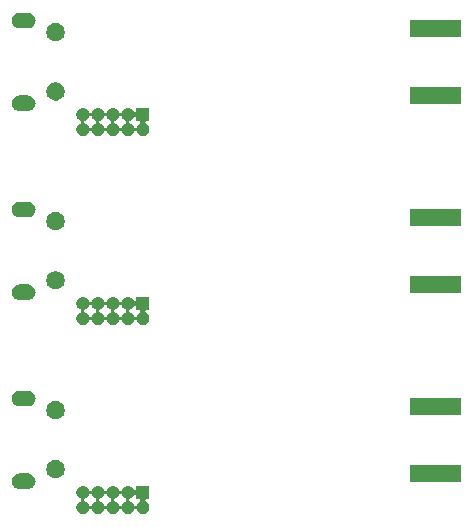
<source format=gbr>
G04 #@! TF.GenerationSoftware,KiCad,Pcbnew,(5.1.5)-3*
G04 #@! TF.CreationDate,2020-05-12T02:25:37+02:00*
G04 #@! TF.ProjectId,STRF,53545246-2e6b-4696-9361-645f70636258,rev?*
G04 #@! TF.SameCoordinates,Original*
G04 #@! TF.FileFunction,Soldermask,Bot*
G04 #@! TF.FilePolarity,Negative*
%FSLAX46Y46*%
G04 Gerber Fmt 4.6, Leading zero omitted, Abs format (unit mm)*
G04 Created by KiCad (PCBNEW (5.1.5)-3) date 2020-05-12 02:25:37*
%MOMM*%
%LPD*%
G04 APERTURE LIST*
%ADD10C,0.100000*%
G04 APERTURE END LIST*
D10*
G36*
X27880721Y-70420174D02*
G01*
X27980995Y-70461709D01*
X28025812Y-70491655D01*
X28071242Y-70522010D01*
X28147990Y-70598758D01*
X28163665Y-70622218D01*
X28208291Y-70689005D01*
X28239516Y-70764389D01*
X28251067Y-70786000D01*
X28266612Y-70804941D01*
X28285554Y-70820487D01*
X28307165Y-70832038D01*
X28330614Y-70839151D01*
X28355000Y-70841553D01*
X28379386Y-70839151D01*
X28402835Y-70832038D01*
X28424446Y-70820487D01*
X28443387Y-70804942D01*
X28458933Y-70786000D01*
X28470484Y-70764389D01*
X28501709Y-70689005D01*
X28546335Y-70622218D01*
X28562010Y-70598758D01*
X28638758Y-70522010D01*
X28684188Y-70491655D01*
X28729005Y-70461709D01*
X28829279Y-70420174D01*
X28935730Y-70399000D01*
X29044270Y-70399000D01*
X29150721Y-70420174D01*
X29250995Y-70461709D01*
X29295812Y-70491655D01*
X29341242Y-70522010D01*
X29417990Y-70598758D01*
X29433665Y-70622218D01*
X29478291Y-70689005D01*
X29509516Y-70764389D01*
X29521067Y-70786000D01*
X29536612Y-70804941D01*
X29555554Y-70820487D01*
X29577165Y-70832038D01*
X29600614Y-70839151D01*
X29625000Y-70841553D01*
X29649386Y-70839151D01*
X29672835Y-70832038D01*
X29694446Y-70820487D01*
X29713387Y-70804942D01*
X29728933Y-70786000D01*
X29740484Y-70764389D01*
X29771709Y-70689005D01*
X29816335Y-70622218D01*
X29832010Y-70598758D01*
X29908758Y-70522010D01*
X29954188Y-70491655D01*
X29999005Y-70461709D01*
X30099279Y-70420174D01*
X30205730Y-70399000D01*
X30314270Y-70399000D01*
X30420721Y-70420174D01*
X30520995Y-70461709D01*
X30565812Y-70491655D01*
X30611242Y-70522010D01*
X30687990Y-70598758D01*
X30703665Y-70622218D01*
X30748291Y-70689005D01*
X30779516Y-70764389D01*
X30791067Y-70786000D01*
X30806612Y-70804941D01*
X30825554Y-70820487D01*
X30847165Y-70832038D01*
X30870614Y-70839151D01*
X30895000Y-70841553D01*
X30919386Y-70839151D01*
X30942835Y-70832038D01*
X30964446Y-70820487D01*
X30983387Y-70804942D01*
X30998933Y-70786000D01*
X31010484Y-70764389D01*
X31041709Y-70689005D01*
X31086335Y-70622218D01*
X31102010Y-70598758D01*
X31178758Y-70522010D01*
X31224188Y-70491655D01*
X31269005Y-70461709D01*
X31369279Y-70420174D01*
X31475730Y-70399000D01*
X31584270Y-70399000D01*
X31690721Y-70420174D01*
X31790995Y-70461709D01*
X31835812Y-70491655D01*
X31881242Y-70522010D01*
X31957990Y-70598758D01*
X31973665Y-70622218D01*
X32020068Y-70691664D01*
X32035614Y-70710606D01*
X32054556Y-70726151D01*
X32076167Y-70737702D01*
X32099615Y-70744815D01*
X32124002Y-70747217D01*
X32148388Y-70744815D01*
X32171837Y-70737702D01*
X32193447Y-70726151D01*
X32212389Y-70710605D01*
X32227934Y-70691663D01*
X32239485Y-70670052D01*
X32246598Y-70646604D01*
X32249000Y-70622218D01*
X32249000Y-70399000D01*
X33351000Y-70399000D01*
X33351000Y-71501000D01*
X33127782Y-71501000D01*
X33103396Y-71503402D01*
X33079947Y-71510515D01*
X33058336Y-71522066D01*
X33039394Y-71537611D01*
X33023849Y-71556553D01*
X33012298Y-71578164D01*
X33005185Y-71601613D01*
X33002783Y-71625999D01*
X33005185Y-71650385D01*
X33012298Y-71673834D01*
X33023849Y-71695445D01*
X33039394Y-71714387D01*
X33058336Y-71729932D01*
X33119816Y-71771012D01*
X33151242Y-71792010D01*
X33227990Y-71868758D01*
X33227991Y-71868760D01*
X33288291Y-71959005D01*
X33329826Y-72059279D01*
X33351000Y-72165730D01*
X33351000Y-72274270D01*
X33329826Y-72380721D01*
X33288291Y-72480995D01*
X33288290Y-72480996D01*
X33227990Y-72571242D01*
X33151242Y-72647990D01*
X33105812Y-72678345D01*
X33060995Y-72708291D01*
X32960721Y-72749826D01*
X32854270Y-72771000D01*
X32745730Y-72771000D01*
X32639279Y-72749826D01*
X32539005Y-72708291D01*
X32494188Y-72678345D01*
X32448758Y-72647990D01*
X32372010Y-72571242D01*
X32311710Y-72480996D01*
X32311709Y-72480995D01*
X32280484Y-72405611D01*
X32268933Y-72384000D01*
X32253388Y-72365059D01*
X32234446Y-72349513D01*
X32212835Y-72337962D01*
X32189386Y-72330849D01*
X32165000Y-72328447D01*
X32140614Y-72330849D01*
X32117165Y-72337962D01*
X32095554Y-72349513D01*
X32076613Y-72365058D01*
X32061067Y-72384000D01*
X32049516Y-72405611D01*
X32018291Y-72480995D01*
X32018290Y-72480996D01*
X31957990Y-72571242D01*
X31881242Y-72647990D01*
X31835812Y-72678345D01*
X31790995Y-72708291D01*
X31690721Y-72749826D01*
X31584270Y-72771000D01*
X31475730Y-72771000D01*
X31369279Y-72749826D01*
X31269005Y-72708291D01*
X31224188Y-72678345D01*
X31178758Y-72647990D01*
X31102010Y-72571242D01*
X31041710Y-72480996D01*
X31041709Y-72480995D01*
X31010484Y-72405611D01*
X30998933Y-72384000D01*
X30983388Y-72365059D01*
X30964446Y-72349513D01*
X30942835Y-72337962D01*
X30919386Y-72330849D01*
X30895000Y-72328447D01*
X30870614Y-72330849D01*
X30847165Y-72337962D01*
X30825554Y-72349513D01*
X30806613Y-72365058D01*
X30791067Y-72384000D01*
X30779516Y-72405611D01*
X30748291Y-72480995D01*
X30748290Y-72480996D01*
X30687990Y-72571242D01*
X30611242Y-72647990D01*
X30565812Y-72678345D01*
X30520995Y-72708291D01*
X30420721Y-72749826D01*
X30314270Y-72771000D01*
X30205730Y-72771000D01*
X30099279Y-72749826D01*
X29999005Y-72708291D01*
X29954188Y-72678345D01*
X29908758Y-72647990D01*
X29832010Y-72571242D01*
X29771710Y-72480996D01*
X29771709Y-72480995D01*
X29740484Y-72405611D01*
X29728933Y-72384000D01*
X29713388Y-72365059D01*
X29694446Y-72349513D01*
X29672835Y-72337962D01*
X29649386Y-72330849D01*
X29625000Y-72328447D01*
X29600614Y-72330849D01*
X29577165Y-72337962D01*
X29555554Y-72349513D01*
X29536613Y-72365058D01*
X29521067Y-72384000D01*
X29509516Y-72405611D01*
X29478291Y-72480995D01*
X29478290Y-72480996D01*
X29417990Y-72571242D01*
X29341242Y-72647990D01*
X29295812Y-72678345D01*
X29250995Y-72708291D01*
X29150721Y-72749826D01*
X29044270Y-72771000D01*
X28935730Y-72771000D01*
X28829279Y-72749826D01*
X28729005Y-72708291D01*
X28684188Y-72678345D01*
X28638758Y-72647990D01*
X28562010Y-72571242D01*
X28501710Y-72480996D01*
X28501709Y-72480995D01*
X28470484Y-72405611D01*
X28458933Y-72384000D01*
X28443388Y-72365059D01*
X28424446Y-72349513D01*
X28402835Y-72337962D01*
X28379386Y-72330849D01*
X28355000Y-72328447D01*
X28330614Y-72330849D01*
X28307165Y-72337962D01*
X28285554Y-72349513D01*
X28266613Y-72365058D01*
X28251067Y-72384000D01*
X28239516Y-72405611D01*
X28208291Y-72480995D01*
X28208290Y-72480996D01*
X28147990Y-72571242D01*
X28071242Y-72647990D01*
X28025812Y-72678345D01*
X27980995Y-72708291D01*
X27880721Y-72749826D01*
X27774270Y-72771000D01*
X27665730Y-72771000D01*
X27559279Y-72749826D01*
X27459005Y-72708291D01*
X27414188Y-72678345D01*
X27368758Y-72647990D01*
X27292010Y-72571242D01*
X27231710Y-72480996D01*
X27231709Y-72480995D01*
X27190174Y-72380721D01*
X27169000Y-72274270D01*
X27169000Y-72165730D01*
X27190174Y-72059279D01*
X27231709Y-71959005D01*
X27292009Y-71868760D01*
X27292010Y-71868758D01*
X27368758Y-71792010D01*
X27459004Y-71731710D01*
X27459005Y-71731709D01*
X27534389Y-71700484D01*
X27556000Y-71688933D01*
X27574941Y-71673388D01*
X27590487Y-71654446D01*
X27602038Y-71632835D01*
X27609151Y-71609386D01*
X27611553Y-71585000D01*
X27828447Y-71585000D01*
X27830849Y-71609386D01*
X27837962Y-71632835D01*
X27849513Y-71654446D01*
X27865058Y-71673387D01*
X27884000Y-71688933D01*
X27905611Y-71700484D01*
X27980995Y-71731709D01*
X27980996Y-71731710D01*
X28071242Y-71792010D01*
X28147990Y-71868758D01*
X28147991Y-71868760D01*
X28208291Y-71959005D01*
X28239516Y-72034389D01*
X28251067Y-72056000D01*
X28266612Y-72074941D01*
X28285554Y-72090487D01*
X28307165Y-72102038D01*
X28330614Y-72109151D01*
X28355000Y-72111553D01*
X28379386Y-72109151D01*
X28402835Y-72102038D01*
X28424446Y-72090487D01*
X28443387Y-72074942D01*
X28458933Y-72056000D01*
X28470484Y-72034389D01*
X28501709Y-71959005D01*
X28562009Y-71868760D01*
X28562010Y-71868758D01*
X28638758Y-71792010D01*
X28729004Y-71731710D01*
X28729005Y-71731709D01*
X28804389Y-71700484D01*
X28826000Y-71688933D01*
X28844941Y-71673388D01*
X28860487Y-71654446D01*
X28872038Y-71632835D01*
X28879151Y-71609386D01*
X28881553Y-71585000D01*
X29098447Y-71585000D01*
X29100849Y-71609386D01*
X29107962Y-71632835D01*
X29119513Y-71654446D01*
X29135058Y-71673387D01*
X29154000Y-71688933D01*
X29175611Y-71700484D01*
X29250995Y-71731709D01*
X29250996Y-71731710D01*
X29341242Y-71792010D01*
X29417990Y-71868758D01*
X29417991Y-71868760D01*
X29478291Y-71959005D01*
X29509516Y-72034389D01*
X29521067Y-72056000D01*
X29536612Y-72074941D01*
X29555554Y-72090487D01*
X29577165Y-72102038D01*
X29600614Y-72109151D01*
X29625000Y-72111553D01*
X29649386Y-72109151D01*
X29672835Y-72102038D01*
X29694446Y-72090487D01*
X29713387Y-72074942D01*
X29728933Y-72056000D01*
X29740484Y-72034389D01*
X29771709Y-71959005D01*
X29832009Y-71868760D01*
X29832010Y-71868758D01*
X29908758Y-71792010D01*
X29999004Y-71731710D01*
X29999005Y-71731709D01*
X30074389Y-71700484D01*
X30096000Y-71688933D01*
X30114941Y-71673388D01*
X30130487Y-71654446D01*
X30142038Y-71632835D01*
X30149151Y-71609386D01*
X30151553Y-71585000D01*
X30368447Y-71585000D01*
X30370849Y-71609386D01*
X30377962Y-71632835D01*
X30389513Y-71654446D01*
X30405058Y-71673387D01*
X30424000Y-71688933D01*
X30445611Y-71700484D01*
X30520995Y-71731709D01*
X30520996Y-71731710D01*
X30611242Y-71792010D01*
X30687990Y-71868758D01*
X30687991Y-71868760D01*
X30748291Y-71959005D01*
X30779516Y-72034389D01*
X30791067Y-72056000D01*
X30806612Y-72074941D01*
X30825554Y-72090487D01*
X30847165Y-72102038D01*
X30870614Y-72109151D01*
X30895000Y-72111553D01*
X30919386Y-72109151D01*
X30942835Y-72102038D01*
X30964446Y-72090487D01*
X30983387Y-72074942D01*
X30998933Y-72056000D01*
X31010484Y-72034389D01*
X31041709Y-71959005D01*
X31102009Y-71868760D01*
X31102010Y-71868758D01*
X31178758Y-71792010D01*
X31269004Y-71731710D01*
X31269005Y-71731709D01*
X31344389Y-71700484D01*
X31366000Y-71688933D01*
X31384941Y-71673388D01*
X31400487Y-71654446D01*
X31412038Y-71632835D01*
X31419151Y-71609386D01*
X31421553Y-71585000D01*
X31638447Y-71585000D01*
X31640849Y-71609386D01*
X31647962Y-71632835D01*
X31659513Y-71654446D01*
X31675058Y-71673387D01*
X31694000Y-71688933D01*
X31715611Y-71700484D01*
X31790995Y-71731709D01*
X31790996Y-71731710D01*
X31881242Y-71792010D01*
X31957990Y-71868758D01*
X31957991Y-71868760D01*
X32018291Y-71959005D01*
X32049516Y-72034389D01*
X32061067Y-72056000D01*
X32076612Y-72074941D01*
X32095554Y-72090487D01*
X32117165Y-72102038D01*
X32140614Y-72109151D01*
X32165000Y-72111553D01*
X32189386Y-72109151D01*
X32212835Y-72102038D01*
X32234446Y-72090487D01*
X32253387Y-72074942D01*
X32268933Y-72056000D01*
X32280484Y-72034389D01*
X32311709Y-71959005D01*
X32372009Y-71868760D01*
X32372010Y-71868758D01*
X32448758Y-71792010D01*
X32480184Y-71771012D01*
X32541664Y-71729932D01*
X32560606Y-71714386D01*
X32576151Y-71695444D01*
X32587702Y-71673833D01*
X32594815Y-71650385D01*
X32597217Y-71625998D01*
X32594815Y-71601612D01*
X32587702Y-71578163D01*
X32576151Y-71556553D01*
X32560605Y-71537611D01*
X32541663Y-71522066D01*
X32520052Y-71510515D01*
X32496604Y-71503402D01*
X32472218Y-71501000D01*
X32249000Y-71501000D01*
X32249000Y-71277782D01*
X32246598Y-71253396D01*
X32239485Y-71229947D01*
X32227934Y-71208336D01*
X32212389Y-71189394D01*
X32193447Y-71173849D01*
X32171836Y-71162298D01*
X32148387Y-71155185D01*
X32124001Y-71152783D01*
X32099615Y-71155185D01*
X32076166Y-71162298D01*
X32054555Y-71173849D01*
X32035613Y-71189394D01*
X32020068Y-71208336D01*
X31978988Y-71269816D01*
X31957990Y-71301242D01*
X31881242Y-71377990D01*
X31835812Y-71408345D01*
X31790995Y-71438291D01*
X31715611Y-71469516D01*
X31694000Y-71481067D01*
X31675059Y-71496612D01*
X31659513Y-71515554D01*
X31647962Y-71537165D01*
X31640849Y-71560614D01*
X31638447Y-71585000D01*
X31421553Y-71585000D01*
X31419151Y-71560614D01*
X31412038Y-71537165D01*
X31400487Y-71515554D01*
X31384942Y-71496613D01*
X31366000Y-71481067D01*
X31344389Y-71469516D01*
X31269005Y-71438291D01*
X31224188Y-71408345D01*
X31178758Y-71377990D01*
X31102010Y-71301242D01*
X31070041Y-71253396D01*
X31041709Y-71210995D01*
X31010484Y-71135611D01*
X30998933Y-71114000D01*
X30983388Y-71095059D01*
X30964446Y-71079513D01*
X30942835Y-71067962D01*
X30919386Y-71060849D01*
X30895000Y-71058447D01*
X30870614Y-71060849D01*
X30847165Y-71067962D01*
X30825554Y-71079513D01*
X30806613Y-71095058D01*
X30791067Y-71114000D01*
X30779516Y-71135611D01*
X30748291Y-71210995D01*
X30719959Y-71253396D01*
X30687990Y-71301242D01*
X30611242Y-71377990D01*
X30565812Y-71408345D01*
X30520995Y-71438291D01*
X30445611Y-71469516D01*
X30424000Y-71481067D01*
X30405059Y-71496612D01*
X30389513Y-71515554D01*
X30377962Y-71537165D01*
X30370849Y-71560614D01*
X30368447Y-71585000D01*
X30151553Y-71585000D01*
X30149151Y-71560614D01*
X30142038Y-71537165D01*
X30130487Y-71515554D01*
X30114942Y-71496613D01*
X30096000Y-71481067D01*
X30074389Y-71469516D01*
X29999005Y-71438291D01*
X29954188Y-71408345D01*
X29908758Y-71377990D01*
X29832010Y-71301242D01*
X29800041Y-71253396D01*
X29771709Y-71210995D01*
X29740484Y-71135611D01*
X29728933Y-71114000D01*
X29713388Y-71095059D01*
X29694446Y-71079513D01*
X29672835Y-71067962D01*
X29649386Y-71060849D01*
X29625000Y-71058447D01*
X29600614Y-71060849D01*
X29577165Y-71067962D01*
X29555554Y-71079513D01*
X29536613Y-71095058D01*
X29521067Y-71114000D01*
X29509516Y-71135611D01*
X29478291Y-71210995D01*
X29449959Y-71253396D01*
X29417990Y-71301242D01*
X29341242Y-71377990D01*
X29295812Y-71408345D01*
X29250995Y-71438291D01*
X29175611Y-71469516D01*
X29154000Y-71481067D01*
X29135059Y-71496612D01*
X29119513Y-71515554D01*
X29107962Y-71537165D01*
X29100849Y-71560614D01*
X29098447Y-71585000D01*
X28881553Y-71585000D01*
X28879151Y-71560614D01*
X28872038Y-71537165D01*
X28860487Y-71515554D01*
X28844942Y-71496613D01*
X28826000Y-71481067D01*
X28804389Y-71469516D01*
X28729005Y-71438291D01*
X28684188Y-71408345D01*
X28638758Y-71377990D01*
X28562010Y-71301242D01*
X28530041Y-71253396D01*
X28501709Y-71210995D01*
X28470484Y-71135611D01*
X28458933Y-71114000D01*
X28443388Y-71095059D01*
X28424446Y-71079513D01*
X28402835Y-71067962D01*
X28379386Y-71060849D01*
X28355000Y-71058447D01*
X28330614Y-71060849D01*
X28307165Y-71067962D01*
X28285554Y-71079513D01*
X28266613Y-71095058D01*
X28251067Y-71114000D01*
X28239516Y-71135611D01*
X28208291Y-71210995D01*
X28179959Y-71253396D01*
X28147990Y-71301242D01*
X28071242Y-71377990D01*
X28025812Y-71408345D01*
X27980995Y-71438291D01*
X27905611Y-71469516D01*
X27884000Y-71481067D01*
X27865059Y-71496612D01*
X27849513Y-71515554D01*
X27837962Y-71537165D01*
X27830849Y-71560614D01*
X27828447Y-71585000D01*
X27611553Y-71585000D01*
X27609151Y-71560614D01*
X27602038Y-71537165D01*
X27590487Y-71515554D01*
X27574942Y-71496613D01*
X27556000Y-71481067D01*
X27534389Y-71469516D01*
X27459005Y-71438291D01*
X27414188Y-71408345D01*
X27368758Y-71377990D01*
X27292010Y-71301242D01*
X27260041Y-71253396D01*
X27231709Y-71210995D01*
X27190174Y-71110721D01*
X27169000Y-71004270D01*
X27169000Y-70895730D01*
X27190174Y-70789279D01*
X27231709Y-70689005D01*
X27276335Y-70622218D01*
X27292010Y-70598758D01*
X27368758Y-70522010D01*
X27414188Y-70491655D01*
X27459005Y-70461709D01*
X27559279Y-70420174D01*
X27665730Y-70399000D01*
X27774270Y-70399000D01*
X27880721Y-70420174D01*
G37*
G36*
X23126355Y-69352140D02*
G01*
X23190118Y-69358420D01*
X23280904Y-69385960D01*
X23312836Y-69395646D01*
X23425925Y-69456094D01*
X23525054Y-69537446D01*
X23606406Y-69636575D01*
X23666854Y-69749664D01*
X23666855Y-69749668D01*
X23704080Y-69872382D01*
X23716649Y-70000000D01*
X23704080Y-70127618D01*
X23676540Y-70218404D01*
X23666854Y-70250336D01*
X23606406Y-70363425D01*
X23525054Y-70462554D01*
X23425925Y-70543906D01*
X23312836Y-70604354D01*
X23280904Y-70614040D01*
X23190118Y-70641580D01*
X23139107Y-70646604D01*
X23094474Y-70651000D01*
X22330526Y-70651000D01*
X22285893Y-70646604D01*
X22234882Y-70641580D01*
X22144096Y-70614040D01*
X22112164Y-70604354D01*
X21999075Y-70543906D01*
X21899946Y-70462554D01*
X21818594Y-70363425D01*
X21758146Y-70250336D01*
X21748460Y-70218404D01*
X21720920Y-70127618D01*
X21708351Y-70000000D01*
X21720920Y-69872382D01*
X21758145Y-69749668D01*
X21758146Y-69749664D01*
X21818594Y-69636575D01*
X21899946Y-69537446D01*
X21999075Y-69456094D01*
X22112164Y-69395646D01*
X22144096Y-69385960D01*
X22234882Y-69358420D01*
X22298645Y-69352140D01*
X22330526Y-69349000D01*
X23094474Y-69349000D01*
X23126355Y-69352140D01*
G37*
G36*
X59751000Y-70051000D02*
G01*
X55449000Y-70051000D01*
X55449000Y-68599000D01*
X59751000Y-68599000D01*
X59751000Y-70051000D01*
G37*
G36*
X25638848Y-68253820D02*
G01*
X25638850Y-68253821D01*
X25638851Y-68253821D01*
X25780074Y-68312317D01*
X25780077Y-68312319D01*
X25907169Y-68397239D01*
X26015261Y-68505331D01*
X26100181Y-68632423D01*
X26100183Y-68632426D01*
X26158679Y-68773649D01*
X26188500Y-68923571D01*
X26188500Y-69076429D01*
X26158679Y-69226351D01*
X26100183Y-69367574D01*
X26100181Y-69367577D01*
X26015261Y-69494669D01*
X25907169Y-69602761D01*
X25780077Y-69687681D01*
X25780074Y-69687683D01*
X25638851Y-69746179D01*
X25638850Y-69746179D01*
X25638848Y-69746180D01*
X25488931Y-69776000D01*
X25336069Y-69776000D01*
X25186152Y-69746180D01*
X25186150Y-69746179D01*
X25186149Y-69746179D01*
X25044926Y-69687683D01*
X25044923Y-69687681D01*
X24917831Y-69602761D01*
X24809739Y-69494669D01*
X24724819Y-69367577D01*
X24724817Y-69367574D01*
X24666321Y-69226351D01*
X24636500Y-69076429D01*
X24636500Y-68923571D01*
X24666321Y-68773649D01*
X24724817Y-68632426D01*
X24724819Y-68632423D01*
X24809739Y-68505331D01*
X24917831Y-68397239D01*
X25044923Y-68312319D01*
X25044926Y-68312317D01*
X25186149Y-68253821D01*
X25186150Y-68253821D01*
X25186152Y-68253820D01*
X25336069Y-68224000D01*
X25488931Y-68224000D01*
X25638848Y-68253820D01*
G37*
G36*
X25638848Y-63253820D02*
G01*
X25638850Y-63253821D01*
X25638851Y-63253821D01*
X25780074Y-63312317D01*
X25780077Y-63312319D01*
X25907169Y-63397239D01*
X26015261Y-63505331D01*
X26100181Y-63632423D01*
X26100183Y-63632426D01*
X26158679Y-63773649D01*
X26188500Y-63923571D01*
X26188500Y-64076429D01*
X26158679Y-64226351D01*
X26100183Y-64367574D01*
X26100181Y-64367577D01*
X26015261Y-64494669D01*
X25907169Y-64602761D01*
X25780077Y-64687681D01*
X25780074Y-64687683D01*
X25638851Y-64746179D01*
X25638850Y-64746179D01*
X25638848Y-64746180D01*
X25488931Y-64776000D01*
X25336069Y-64776000D01*
X25186152Y-64746180D01*
X25186150Y-64746179D01*
X25186149Y-64746179D01*
X25044926Y-64687683D01*
X25044923Y-64687681D01*
X24917831Y-64602761D01*
X24809739Y-64494669D01*
X24724819Y-64367577D01*
X24724817Y-64367574D01*
X24666321Y-64226351D01*
X24636500Y-64076429D01*
X24636500Y-63923571D01*
X24666321Y-63773649D01*
X24724817Y-63632426D01*
X24724819Y-63632423D01*
X24809739Y-63505331D01*
X24917831Y-63397239D01*
X25044923Y-63312319D01*
X25044926Y-63312317D01*
X25186149Y-63253821D01*
X25186150Y-63253821D01*
X25186152Y-63253820D01*
X25336069Y-63224000D01*
X25488931Y-63224000D01*
X25638848Y-63253820D01*
G37*
G36*
X59751000Y-64401000D02*
G01*
X55449000Y-64401000D01*
X55449000Y-62949000D01*
X59751000Y-62949000D01*
X59751000Y-64401000D01*
G37*
G36*
X23126355Y-62352140D02*
G01*
X23190118Y-62358420D01*
X23280904Y-62385960D01*
X23312836Y-62395646D01*
X23425925Y-62456094D01*
X23525054Y-62537446D01*
X23606406Y-62636575D01*
X23666854Y-62749664D01*
X23666855Y-62749668D01*
X23704080Y-62872382D01*
X23716649Y-63000000D01*
X23704080Y-63127618D01*
X23676540Y-63218404D01*
X23666854Y-63250336D01*
X23606406Y-63363425D01*
X23525054Y-63462554D01*
X23425925Y-63543906D01*
X23312836Y-63604354D01*
X23280904Y-63614040D01*
X23190118Y-63641580D01*
X23126355Y-63647860D01*
X23094474Y-63651000D01*
X22330526Y-63651000D01*
X22298645Y-63647860D01*
X22234882Y-63641580D01*
X22144096Y-63614040D01*
X22112164Y-63604354D01*
X21999075Y-63543906D01*
X21899946Y-63462554D01*
X21818594Y-63363425D01*
X21758146Y-63250336D01*
X21748460Y-63218404D01*
X21720920Y-63127618D01*
X21708351Y-63000000D01*
X21720920Y-62872382D01*
X21758145Y-62749668D01*
X21758146Y-62749664D01*
X21818594Y-62636575D01*
X21899946Y-62537446D01*
X21999075Y-62456094D01*
X22112164Y-62395646D01*
X22144096Y-62385960D01*
X22234882Y-62358420D01*
X22298645Y-62352140D01*
X22330526Y-62349000D01*
X23094474Y-62349000D01*
X23126355Y-62352140D01*
G37*
G36*
X27880721Y-54420174D02*
G01*
X27980995Y-54461709D01*
X28025812Y-54491655D01*
X28071242Y-54522010D01*
X28147990Y-54598758D01*
X28163665Y-54622218D01*
X28208291Y-54689005D01*
X28239516Y-54764389D01*
X28251067Y-54786000D01*
X28266612Y-54804941D01*
X28285554Y-54820487D01*
X28307165Y-54832038D01*
X28330614Y-54839151D01*
X28355000Y-54841553D01*
X28379386Y-54839151D01*
X28402835Y-54832038D01*
X28424446Y-54820487D01*
X28443387Y-54804942D01*
X28458933Y-54786000D01*
X28470484Y-54764389D01*
X28501709Y-54689005D01*
X28546335Y-54622218D01*
X28562010Y-54598758D01*
X28638758Y-54522010D01*
X28684188Y-54491655D01*
X28729005Y-54461709D01*
X28829279Y-54420174D01*
X28935730Y-54399000D01*
X29044270Y-54399000D01*
X29150721Y-54420174D01*
X29250995Y-54461709D01*
X29295812Y-54491655D01*
X29341242Y-54522010D01*
X29417990Y-54598758D01*
X29433665Y-54622218D01*
X29478291Y-54689005D01*
X29509516Y-54764389D01*
X29521067Y-54786000D01*
X29536612Y-54804941D01*
X29555554Y-54820487D01*
X29577165Y-54832038D01*
X29600614Y-54839151D01*
X29625000Y-54841553D01*
X29649386Y-54839151D01*
X29672835Y-54832038D01*
X29694446Y-54820487D01*
X29713387Y-54804942D01*
X29728933Y-54786000D01*
X29740484Y-54764389D01*
X29771709Y-54689005D01*
X29816335Y-54622218D01*
X29832010Y-54598758D01*
X29908758Y-54522010D01*
X29954188Y-54491655D01*
X29999005Y-54461709D01*
X30099279Y-54420174D01*
X30205730Y-54399000D01*
X30314270Y-54399000D01*
X30420721Y-54420174D01*
X30520995Y-54461709D01*
X30565812Y-54491655D01*
X30611242Y-54522010D01*
X30687990Y-54598758D01*
X30703665Y-54622218D01*
X30748291Y-54689005D01*
X30779516Y-54764389D01*
X30791067Y-54786000D01*
X30806612Y-54804941D01*
X30825554Y-54820487D01*
X30847165Y-54832038D01*
X30870614Y-54839151D01*
X30895000Y-54841553D01*
X30919386Y-54839151D01*
X30942835Y-54832038D01*
X30964446Y-54820487D01*
X30983387Y-54804942D01*
X30998933Y-54786000D01*
X31010484Y-54764389D01*
X31041709Y-54689005D01*
X31086335Y-54622218D01*
X31102010Y-54598758D01*
X31178758Y-54522010D01*
X31224188Y-54491655D01*
X31269005Y-54461709D01*
X31369279Y-54420174D01*
X31475730Y-54399000D01*
X31584270Y-54399000D01*
X31690721Y-54420174D01*
X31790995Y-54461709D01*
X31835812Y-54491655D01*
X31881242Y-54522010D01*
X31957990Y-54598758D01*
X31973665Y-54622218D01*
X32020068Y-54691664D01*
X32035614Y-54710606D01*
X32054556Y-54726151D01*
X32076167Y-54737702D01*
X32099615Y-54744815D01*
X32124002Y-54747217D01*
X32148388Y-54744815D01*
X32171837Y-54737702D01*
X32193447Y-54726151D01*
X32212389Y-54710605D01*
X32227934Y-54691663D01*
X32239485Y-54670052D01*
X32246598Y-54646604D01*
X32249000Y-54622218D01*
X32249000Y-54399000D01*
X33351000Y-54399000D01*
X33351000Y-55501000D01*
X33127782Y-55501000D01*
X33103396Y-55503402D01*
X33079947Y-55510515D01*
X33058336Y-55522066D01*
X33039394Y-55537611D01*
X33023849Y-55556553D01*
X33012298Y-55578164D01*
X33005185Y-55601613D01*
X33002783Y-55625999D01*
X33005185Y-55650385D01*
X33012298Y-55673834D01*
X33023849Y-55695445D01*
X33039394Y-55714387D01*
X33058336Y-55729932D01*
X33119816Y-55771012D01*
X33151242Y-55792010D01*
X33227990Y-55868758D01*
X33227991Y-55868760D01*
X33288291Y-55959005D01*
X33329826Y-56059279D01*
X33351000Y-56165730D01*
X33351000Y-56274270D01*
X33329826Y-56380721D01*
X33288291Y-56480995D01*
X33288290Y-56480996D01*
X33227990Y-56571242D01*
X33151242Y-56647990D01*
X33105812Y-56678345D01*
X33060995Y-56708291D01*
X32960721Y-56749826D01*
X32854270Y-56771000D01*
X32745730Y-56771000D01*
X32639279Y-56749826D01*
X32539005Y-56708291D01*
X32494188Y-56678345D01*
X32448758Y-56647990D01*
X32372010Y-56571242D01*
X32311710Y-56480996D01*
X32311709Y-56480995D01*
X32280484Y-56405611D01*
X32268933Y-56384000D01*
X32253388Y-56365059D01*
X32234446Y-56349513D01*
X32212835Y-56337962D01*
X32189386Y-56330849D01*
X32165000Y-56328447D01*
X32140614Y-56330849D01*
X32117165Y-56337962D01*
X32095554Y-56349513D01*
X32076613Y-56365058D01*
X32061067Y-56384000D01*
X32049516Y-56405611D01*
X32018291Y-56480995D01*
X32018290Y-56480996D01*
X31957990Y-56571242D01*
X31881242Y-56647990D01*
X31835812Y-56678345D01*
X31790995Y-56708291D01*
X31690721Y-56749826D01*
X31584270Y-56771000D01*
X31475730Y-56771000D01*
X31369279Y-56749826D01*
X31269005Y-56708291D01*
X31224188Y-56678345D01*
X31178758Y-56647990D01*
X31102010Y-56571242D01*
X31041710Y-56480996D01*
X31041709Y-56480995D01*
X31010484Y-56405611D01*
X30998933Y-56384000D01*
X30983388Y-56365059D01*
X30964446Y-56349513D01*
X30942835Y-56337962D01*
X30919386Y-56330849D01*
X30895000Y-56328447D01*
X30870614Y-56330849D01*
X30847165Y-56337962D01*
X30825554Y-56349513D01*
X30806613Y-56365058D01*
X30791067Y-56384000D01*
X30779516Y-56405611D01*
X30748291Y-56480995D01*
X30748290Y-56480996D01*
X30687990Y-56571242D01*
X30611242Y-56647990D01*
X30565812Y-56678345D01*
X30520995Y-56708291D01*
X30420721Y-56749826D01*
X30314270Y-56771000D01*
X30205730Y-56771000D01*
X30099279Y-56749826D01*
X29999005Y-56708291D01*
X29954188Y-56678345D01*
X29908758Y-56647990D01*
X29832010Y-56571242D01*
X29771710Y-56480996D01*
X29771709Y-56480995D01*
X29740484Y-56405611D01*
X29728933Y-56384000D01*
X29713388Y-56365059D01*
X29694446Y-56349513D01*
X29672835Y-56337962D01*
X29649386Y-56330849D01*
X29625000Y-56328447D01*
X29600614Y-56330849D01*
X29577165Y-56337962D01*
X29555554Y-56349513D01*
X29536613Y-56365058D01*
X29521067Y-56384000D01*
X29509516Y-56405611D01*
X29478291Y-56480995D01*
X29478290Y-56480996D01*
X29417990Y-56571242D01*
X29341242Y-56647990D01*
X29295812Y-56678345D01*
X29250995Y-56708291D01*
X29150721Y-56749826D01*
X29044270Y-56771000D01*
X28935730Y-56771000D01*
X28829279Y-56749826D01*
X28729005Y-56708291D01*
X28684188Y-56678345D01*
X28638758Y-56647990D01*
X28562010Y-56571242D01*
X28501710Y-56480996D01*
X28501709Y-56480995D01*
X28470484Y-56405611D01*
X28458933Y-56384000D01*
X28443388Y-56365059D01*
X28424446Y-56349513D01*
X28402835Y-56337962D01*
X28379386Y-56330849D01*
X28355000Y-56328447D01*
X28330614Y-56330849D01*
X28307165Y-56337962D01*
X28285554Y-56349513D01*
X28266613Y-56365058D01*
X28251067Y-56384000D01*
X28239516Y-56405611D01*
X28208291Y-56480995D01*
X28208290Y-56480996D01*
X28147990Y-56571242D01*
X28071242Y-56647990D01*
X28025812Y-56678345D01*
X27980995Y-56708291D01*
X27880721Y-56749826D01*
X27774270Y-56771000D01*
X27665730Y-56771000D01*
X27559279Y-56749826D01*
X27459005Y-56708291D01*
X27414188Y-56678345D01*
X27368758Y-56647990D01*
X27292010Y-56571242D01*
X27231710Y-56480996D01*
X27231709Y-56480995D01*
X27190174Y-56380721D01*
X27169000Y-56274270D01*
X27169000Y-56165730D01*
X27190174Y-56059279D01*
X27231709Y-55959005D01*
X27292009Y-55868760D01*
X27292010Y-55868758D01*
X27368758Y-55792010D01*
X27459004Y-55731710D01*
X27459005Y-55731709D01*
X27534389Y-55700484D01*
X27556000Y-55688933D01*
X27574941Y-55673388D01*
X27590487Y-55654446D01*
X27602038Y-55632835D01*
X27609151Y-55609386D01*
X27611553Y-55585000D01*
X27828447Y-55585000D01*
X27830849Y-55609386D01*
X27837962Y-55632835D01*
X27849513Y-55654446D01*
X27865058Y-55673387D01*
X27884000Y-55688933D01*
X27905611Y-55700484D01*
X27980995Y-55731709D01*
X27980996Y-55731710D01*
X28071242Y-55792010D01*
X28147990Y-55868758D01*
X28147991Y-55868760D01*
X28208291Y-55959005D01*
X28239516Y-56034389D01*
X28251067Y-56056000D01*
X28266612Y-56074941D01*
X28285554Y-56090487D01*
X28307165Y-56102038D01*
X28330614Y-56109151D01*
X28355000Y-56111553D01*
X28379386Y-56109151D01*
X28402835Y-56102038D01*
X28424446Y-56090487D01*
X28443387Y-56074942D01*
X28458933Y-56056000D01*
X28470484Y-56034389D01*
X28501709Y-55959005D01*
X28562009Y-55868760D01*
X28562010Y-55868758D01*
X28638758Y-55792010D01*
X28729004Y-55731710D01*
X28729005Y-55731709D01*
X28804389Y-55700484D01*
X28826000Y-55688933D01*
X28844941Y-55673388D01*
X28860487Y-55654446D01*
X28872038Y-55632835D01*
X28879151Y-55609386D01*
X28881553Y-55585000D01*
X29098447Y-55585000D01*
X29100849Y-55609386D01*
X29107962Y-55632835D01*
X29119513Y-55654446D01*
X29135058Y-55673387D01*
X29154000Y-55688933D01*
X29175611Y-55700484D01*
X29250995Y-55731709D01*
X29250996Y-55731710D01*
X29341242Y-55792010D01*
X29417990Y-55868758D01*
X29417991Y-55868760D01*
X29478291Y-55959005D01*
X29509516Y-56034389D01*
X29521067Y-56056000D01*
X29536612Y-56074941D01*
X29555554Y-56090487D01*
X29577165Y-56102038D01*
X29600614Y-56109151D01*
X29625000Y-56111553D01*
X29649386Y-56109151D01*
X29672835Y-56102038D01*
X29694446Y-56090487D01*
X29713387Y-56074942D01*
X29728933Y-56056000D01*
X29740484Y-56034389D01*
X29771709Y-55959005D01*
X29832009Y-55868760D01*
X29832010Y-55868758D01*
X29908758Y-55792010D01*
X29999004Y-55731710D01*
X29999005Y-55731709D01*
X30074389Y-55700484D01*
X30096000Y-55688933D01*
X30114941Y-55673388D01*
X30130487Y-55654446D01*
X30142038Y-55632835D01*
X30149151Y-55609386D01*
X30151553Y-55585000D01*
X30368447Y-55585000D01*
X30370849Y-55609386D01*
X30377962Y-55632835D01*
X30389513Y-55654446D01*
X30405058Y-55673387D01*
X30424000Y-55688933D01*
X30445611Y-55700484D01*
X30520995Y-55731709D01*
X30520996Y-55731710D01*
X30611242Y-55792010D01*
X30687990Y-55868758D01*
X30687991Y-55868760D01*
X30748291Y-55959005D01*
X30779516Y-56034389D01*
X30791067Y-56056000D01*
X30806612Y-56074941D01*
X30825554Y-56090487D01*
X30847165Y-56102038D01*
X30870614Y-56109151D01*
X30895000Y-56111553D01*
X30919386Y-56109151D01*
X30942835Y-56102038D01*
X30964446Y-56090487D01*
X30983387Y-56074942D01*
X30998933Y-56056000D01*
X31010484Y-56034389D01*
X31041709Y-55959005D01*
X31102009Y-55868760D01*
X31102010Y-55868758D01*
X31178758Y-55792010D01*
X31269004Y-55731710D01*
X31269005Y-55731709D01*
X31344389Y-55700484D01*
X31366000Y-55688933D01*
X31384941Y-55673388D01*
X31400487Y-55654446D01*
X31412038Y-55632835D01*
X31419151Y-55609386D01*
X31421553Y-55585000D01*
X31638447Y-55585000D01*
X31640849Y-55609386D01*
X31647962Y-55632835D01*
X31659513Y-55654446D01*
X31675058Y-55673387D01*
X31694000Y-55688933D01*
X31715611Y-55700484D01*
X31790995Y-55731709D01*
X31790996Y-55731710D01*
X31881242Y-55792010D01*
X31957990Y-55868758D01*
X31957991Y-55868760D01*
X32018291Y-55959005D01*
X32049516Y-56034389D01*
X32061067Y-56056000D01*
X32076612Y-56074941D01*
X32095554Y-56090487D01*
X32117165Y-56102038D01*
X32140614Y-56109151D01*
X32165000Y-56111553D01*
X32189386Y-56109151D01*
X32212835Y-56102038D01*
X32234446Y-56090487D01*
X32253387Y-56074942D01*
X32268933Y-56056000D01*
X32280484Y-56034389D01*
X32311709Y-55959005D01*
X32372009Y-55868760D01*
X32372010Y-55868758D01*
X32448758Y-55792010D01*
X32480184Y-55771012D01*
X32541664Y-55729932D01*
X32560606Y-55714386D01*
X32576151Y-55695444D01*
X32587702Y-55673833D01*
X32594815Y-55650385D01*
X32597217Y-55625998D01*
X32594815Y-55601612D01*
X32587702Y-55578163D01*
X32576151Y-55556553D01*
X32560605Y-55537611D01*
X32541663Y-55522066D01*
X32520052Y-55510515D01*
X32496604Y-55503402D01*
X32472218Y-55501000D01*
X32249000Y-55501000D01*
X32249000Y-55277782D01*
X32246598Y-55253396D01*
X32239485Y-55229947D01*
X32227934Y-55208336D01*
X32212389Y-55189394D01*
X32193447Y-55173849D01*
X32171836Y-55162298D01*
X32148387Y-55155185D01*
X32124001Y-55152783D01*
X32099615Y-55155185D01*
X32076166Y-55162298D01*
X32054555Y-55173849D01*
X32035613Y-55189394D01*
X32020068Y-55208336D01*
X31978988Y-55269816D01*
X31957990Y-55301242D01*
X31881242Y-55377990D01*
X31835812Y-55408345D01*
X31790995Y-55438291D01*
X31715611Y-55469516D01*
X31694000Y-55481067D01*
X31675059Y-55496612D01*
X31659513Y-55515554D01*
X31647962Y-55537165D01*
X31640849Y-55560614D01*
X31638447Y-55585000D01*
X31421553Y-55585000D01*
X31419151Y-55560614D01*
X31412038Y-55537165D01*
X31400487Y-55515554D01*
X31384942Y-55496613D01*
X31366000Y-55481067D01*
X31344389Y-55469516D01*
X31269005Y-55438291D01*
X31224188Y-55408345D01*
X31178758Y-55377990D01*
X31102010Y-55301242D01*
X31070041Y-55253396D01*
X31041709Y-55210995D01*
X31010484Y-55135611D01*
X30998933Y-55114000D01*
X30983388Y-55095059D01*
X30964446Y-55079513D01*
X30942835Y-55067962D01*
X30919386Y-55060849D01*
X30895000Y-55058447D01*
X30870614Y-55060849D01*
X30847165Y-55067962D01*
X30825554Y-55079513D01*
X30806613Y-55095058D01*
X30791067Y-55114000D01*
X30779516Y-55135611D01*
X30748291Y-55210995D01*
X30719959Y-55253396D01*
X30687990Y-55301242D01*
X30611242Y-55377990D01*
X30565812Y-55408345D01*
X30520995Y-55438291D01*
X30445611Y-55469516D01*
X30424000Y-55481067D01*
X30405059Y-55496612D01*
X30389513Y-55515554D01*
X30377962Y-55537165D01*
X30370849Y-55560614D01*
X30368447Y-55585000D01*
X30151553Y-55585000D01*
X30149151Y-55560614D01*
X30142038Y-55537165D01*
X30130487Y-55515554D01*
X30114942Y-55496613D01*
X30096000Y-55481067D01*
X30074389Y-55469516D01*
X29999005Y-55438291D01*
X29954188Y-55408345D01*
X29908758Y-55377990D01*
X29832010Y-55301242D01*
X29800041Y-55253396D01*
X29771709Y-55210995D01*
X29740484Y-55135611D01*
X29728933Y-55114000D01*
X29713388Y-55095059D01*
X29694446Y-55079513D01*
X29672835Y-55067962D01*
X29649386Y-55060849D01*
X29625000Y-55058447D01*
X29600614Y-55060849D01*
X29577165Y-55067962D01*
X29555554Y-55079513D01*
X29536613Y-55095058D01*
X29521067Y-55114000D01*
X29509516Y-55135611D01*
X29478291Y-55210995D01*
X29449959Y-55253396D01*
X29417990Y-55301242D01*
X29341242Y-55377990D01*
X29295812Y-55408345D01*
X29250995Y-55438291D01*
X29175611Y-55469516D01*
X29154000Y-55481067D01*
X29135059Y-55496612D01*
X29119513Y-55515554D01*
X29107962Y-55537165D01*
X29100849Y-55560614D01*
X29098447Y-55585000D01*
X28881553Y-55585000D01*
X28879151Y-55560614D01*
X28872038Y-55537165D01*
X28860487Y-55515554D01*
X28844942Y-55496613D01*
X28826000Y-55481067D01*
X28804389Y-55469516D01*
X28729005Y-55438291D01*
X28684188Y-55408345D01*
X28638758Y-55377990D01*
X28562010Y-55301242D01*
X28530041Y-55253396D01*
X28501709Y-55210995D01*
X28470484Y-55135611D01*
X28458933Y-55114000D01*
X28443388Y-55095059D01*
X28424446Y-55079513D01*
X28402835Y-55067962D01*
X28379386Y-55060849D01*
X28355000Y-55058447D01*
X28330614Y-55060849D01*
X28307165Y-55067962D01*
X28285554Y-55079513D01*
X28266613Y-55095058D01*
X28251067Y-55114000D01*
X28239516Y-55135611D01*
X28208291Y-55210995D01*
X28179959Y-55253396D01*
X28147990Y-55301242D01*
X28071242Y-55377990D01*
X28025812Y-55408345D01*
X27980995Y-55438291D01*
X27905611Y-55469516D01*
X27884000Y-55481067D01*
X27865059Y-55496612D01*
X27849513Y-55515554D01*
X27837962Y-55537165D01*
X27830849Y-55560614D01*
X27828447Y-55585000D01*
X27611553Y-55585000D01*
X27609151Y-55560614D01*
X27602038Y-55537165D01*
X27590487Y-55515554D01*
X27574942Y-55496613D01*
X27556000Y-55481067D01*
X27534389Y-55469516D01*
X27459005Y-55438291D01*
X27414188Y-55408345D01*
X27368758Y-55377990D01*
X27292010Y-55301242D01*
X27260041Y-55253396D01*
X27231709Y-55210995D01*
X27190174Y-55110721D01*
X27169000Y-55004270D01*
X27169000Y-54895730D01*
X27190174Y-54789279D01*
X27231709Y-54689005D01*
X27276335Y-54622218D01*
X27292010Y-54598758D01*
X27368758Y-54522010D01*
X27414188Y-54491655D01*
X27459005Y-54461709D01*
X27559279Y-54420174D01*
X27665730Y-54399000D01*
X27774270Y-54399000D01*
X27880721Y-54420174D01*
G37*
G36*
X23126355Y-53352140D02*
G01*
X23190118Y-53358420D01*
X23280904Y-53385960D01*
X23312836Y-53395646D01*
X23425925Y-53456094D01*
X23525054Y-53537446D01*
X23606406Y-53636575D01*
X23666854Y-53749664D01*
X23666855Y-53749668D01*
X23704080Y-53872382D01*
X23716649Y-54000000D01*
X23704080Y-54127618D01*
X23676540Y-54218404D01*
X23666854Y-54250336D01*
X23606406Y-54363425D01*
X23525054Y-54462554D01*
X23425925Y-54543906D01*
X23312836Y-54604354D01*
X23280904Y-54614040D01*
X23190118Y-54641580D01*
X23139107Y-54646604D01*
X23094474Y-54651000D01*
X22330526Y-54651000D01*
X22285893Y-54646604D01*
X22234882Y-54641580D01*
X22144096Y-54614040D01*
X22112164Y-54604354D01*
X21999075Y-54543906D01*
X21899946Y-54462554D01*
X21818594Y-54363425D01*
X21758146Y-54250336D01*
X21748460Y-54218404D01*
X21720920Y-54127618D01*
X21708351Y-54000000D01*
X21720920Y-53872382D01*
X21758145Y-53749668D01*
X21758146Y-53749664D01*
X21818594Y-53636575D01*
X21899946Y-53537446D01*
X21999075Y-53456094D01*
X22112164Y-53395646D01*
X22144096Y-53385960D01*
X22234882Y-53358420D01*
X22298645Y-53352140D01*
X22330526Y-53349000D01*
X23094474Y-53349000D01*
X23126355Y-53352140D01*
G37*
G36*
X59751000Y-54051000D02*
G01*
X55449000Y-54051000D01*
X55449000Y-52599000D01*
X59751000Y-52599000D01*
X59751000Y-54051000D01*
G37*
G36*
X25638848Y-52253820D02*
G01*
X25638850Y-52253821D01*
X25638851Y-52253821D01*
X25780074Y-52312317D01*
X25780077Y-52312319D01*
X25907169Y-52397239D01*
X26015261Y-52505331D01*
X26100181Y-52632423D01*
X26100183Y-52632426D01*
X26158679Y-52773649D01*
X26188500Y-52923571D01*
X26188500Y-53076429D01*
X26158679Y-53226351D01*
X26100183Y-53367574D01*
X26100181Y-53367577D01*
X26015261Y-53494669D01*
X25907169Y-53602761D01*
X25780077Y-53687681D01*
X25780074Y-53687683D01*
X25638851Y-53746179D01*
X25638850Y-53746179D01*
X25638848Y-53746180D01*
X25488931Y-53776000D01*
X25336069Y-53776000D01*
X25186152Y-53746180D01*
X25186150Y-53746179D01*
X25186149Y-53746179D01*
X25044926Y-53687683D01*
X25044923Y-53687681D01*
X24917831Y-53602761D01*
X24809739Y-53494669D01*
X24724819Y-53367577D01*
X24724817Y-53367574D01*
X24666321Y-53226351D01*
X24636500Y-53076429D01*
X24636500Y-52923571D01*
X24666321Y-52773649D01*
X24724817Y-52632426D01*
X24724819Y-52632423D01*
X24809739Y-52505331D01*
X24917831Y-52397239D01*
X25044923Y-52312319D01*
X25044926Y-52312317D01*
X25186149Y-52253821D01*
X25186150Y-52253821D01*
X25186152Y-52253820D01*
X25336069Y-52224000D01*
X25488931Y-52224000D01*
X25638848Y-52253820D01*
G37*
G36*
X25638848Y-47253820D02*
G01*
X25638850Y-47253821D01*
X25638851Y-47253821D01*
X25780074Y-47312317D01*
X25780077Y-47312319D01*
X25907169Y-47397239D01*
X26015261Y-47505331D01*
X26100181Y-47632423D01*
X26100183Y-47632426D01*
X26158679Y-47773649D01*
X26188500Y-47923571D01*
X26188500Y-48076429D01*
X26158679Y-48226351D01*
X26100183Y-48367574D01*
X26100181Y-48367577D01*
X26015261Y-48494669D01*
X25907169Y-48602761D01*
X25780077Y-48687681D01*
X25780074Y-48687683D01*
X25638851Y-48746179D01*
X25638850Y-48746179D01*
X25638848Y-48746180D01*
X25488931Y-48776000D01*
X25336069Y-48776000D01*
X25186152Y-48746180D01*
X25186150Y-48746179D01*
X25186149Y-48746179D01*
X25044926Y-48687683D01*
X25044923Y-48687681D01*
X24917831Y-48602761D01*
X24809739Y-48494669D01*
X24724819Y-48367577D01*
X24724817Y-48367574D01*
X24666321Y-48226351D01*
X24636500Y-48076429D01*
X24636500Y-47923571D01*
X24666321Y-47773649D01*
X24724817Y-47632426D01*
X24724819Y-47632423D01*
X24809739Y-47505331D01*
X24917831Y-47397239D01*
X25044923Y-47312319D01*
X25044926Y-47312317D01*
X25186149Y-47253821D01*
X25186150Y-47253821D01*
X25186152Y-47253820D01*
X25336069Y-47224000D01*
X25488931Y-47224000D01*
X25638848Y-47253820D01*
G37*
G36*
X59751000Y-48401000D02*
G01*
X55449000Y-48401000D01*
X55449000Y-46949000D01*
X59751000Y-46949000D01*
X59751000Y-48401000D01*
G37*
G36*
X23126355Y-46352140D02*
G01*
X23190118Y-46358420D01*
X23280904Y-46385960D01*
X23312836Y-46395646D01*
X23425925Y-46456094D01*
X23525054Y-46537446D01*
X23606406Y-46636575D01*
X23666854Y-46749664D01*
X23666855Y-46749668D01*
X23704080Y-46872382D01*
X23716649Y-47000000D01*
X23704080Y-47127618D01*
X23676540Y-47218404D01*
X23666854Y-47250336D01*
X23606406Y-47363425D01*
X23525054Y-47462554D01*
X23425925Y-47543906D01*
X23312836Y-47604354D01*
X23280904Y-47614040D01*
X23190118Y-47641580D01*
X23126355Y-47647860D01*
X23094474Y-47651000D01*
X22330526Y-47651000D01*
X22298645Y-47647860D01*
X22234882Y-47641580D01*
X22144096Y-47614040D01*
X22112164Y-47604354D01*
X21999075Y-47543906D01*
X21899946Y-47462554D01*
X21818594Y-47363425D01*
X21758146Y-47250336D01*
X21748460Y-47218404D01*
X21720920Y-47127618D01*
X21708351Y-47000000D01*
X21720920Y-46872382D01*
X21758145Y-46749668D01*
X21758146Y-46749664D01*
X21818594Y-46636575D01*
X21899946Y-46537446D01*
X21999075Y-46456094D01*
X22112164Y-46395646D01*
X22144096Y-46385960D01*
X22234882Y-46358420D01*
X22298645Y-46352140D01*
X22330526Y-46349000D01*
X23094474Y-46349000D01*
X23126355Y-46352140D01*
G37*
G36*
X27880721Y-38420174D02*
G01*
X27980995Y-38461709D01*
X28025812Y-38491655D01*
X28071242Y-38522010D01*
X28147990Y-38598758D01*
X28163665Y-38622218D01*
X28208291Y-38689005D01*
X28239516Y-38764389D01*
X28251067Y-38786000D01*
X28266612Y-38804941D01*
X28285554Y-38820487D01*
X28307165Y-38832038D01*
X28330614Y-38839151D01*
X28355000Y-38841553D01*
X28379386Y-38839151D01*
X28402835Y-38832038D01*
X28424446Y-38820487D01*
X28443387Y-38804942D01*
X28458933Y-38786000D01*
X28470484Y-38764389D01*
X28501709Y-38689005D01*
X28546335Y-38622218D01*
X28562010Y-38598758D01*
X28638758Y-38522010D01*
X28684188Y-38491655D01*
X28729005Y-38461709D01*
X28829279Y-38420174D01*
X28935730Y-38399000D01*
X29044270Y-38399000D01*
X29150721Y-38420174D01*
X29250995Y-38461709D01*
X29295812Y-38491655D01*
X29341242Y-38522010D01*
X29417990Y-38598758D01*
X29433665Y-38622218D01*
X29478291Y-38689005D01*
X29509516Y-38764389D01*
X29521067Y-38786000D01*
X29536612Y-38804941D01*
X29555554Y-38820487D01*
X29577165Y-38832038D01*
X29600614Y-38839151D01*
X29625000Y-38841553D01*
X29649386Y-38839151D01*
X29672835Y-38832038D01*
X29694446Y-38820487D01*
X29713387Y-38804942D01*
X29728933Y-38786000D01*
X29740484Y-38764389D01*
X29771709Y-38689005D01*
X29816335Y-38622218D01*
X29832010Y-38598758D01*
X29908758Y-38522010D01*
X29954188Y-38491655D01*
X29999005Y-38461709D01*
X30099279Y-38420174D01*
X30205730Y-38399000D01*
X30314270Y-38399000D01*
X30420721Y-38420174D01*
X30520995Y-38461709D01*
X30565812Y-38491655D01*
X30611242Y-38522010D01*
X30687990Y-38598758D01*
X30703665Y-38622218D01*
X30748291Y-38689005D01*
X30779516Y-38764389D01*
X30791067Y-38786000D01*
X30806612Y-38804941D01*
X30825554Y-38820487D01*
X30847165Y-38832038D01*
X30870614Y-38839151D01*
X30895000Y-38841553D01*
X30919386Y-38839151D01*
X30942835Y-38832038D01*
X30964446Y-38820487D01*
X30983387Y-38804942D01*
X30998933Y-38786000D01*
X31010484Y-38764389D01*
X31041709Y-38689005D01*
X31086335Y-38622218D01*
X31102010Y-38598758D01*
X31178758Y-38522010D01*
X31224188Y-38491655D01*
X31269005Y-38461709D01*
X31369279Y-38420174D01*
X31475730Y-38399000D01*
X31584270Y-38399000D01*
X31690721Y-38420174D01*
X31790995Y-38461709D01*
X31835812Y-38491655D01*
X31881242Y-38522010D01*
X31957990Y-38598758D01*
X31973665Y-38622218D01*
X32020068Y-38691664D01*
X32035614Y-38710606D01*
X32054556Y-38726151D01*
X32076167Y-38737702D01*
X32099615Y-38744815D01*
X32124002Y-38747217D01*
X32148388Y-38744815D01*
X32171837Y-38737702D01*
X32193447Y-38726151D01*
X32212389Y-38710605D01*
X32227934Y-38691663D01*
X32239485Y-38670052D01*
X32246598Y-38646604D01*
X32249000Y-38622218D01*
X32249000Y-38399000D01*
X33351000Y-38399000D01*
X33351000Y-39501000D01*
X33127782Y-39501000D01*
X33103396Y-39503402D01*
X33079947Y-39510515D01*
X33058336Y-39522066D01*
X33039394Y-39537611D01*
X33023849Y-39556553D01*
X33012298Y-39578164D01*
X33005185Y-39601613D01*
X33002783Y-39625999D01*
X33005185Y-39650385D01*
X33012298Y-39673834D01*
X33023849Y-39695445D01*
X33039394Y-39714387D01*
X33058336Y-39729932D01*
X33119816Y-39771012D01*
X33151242Y-39792010D01*
X33227990Y-39868758D01*
X33227991Y-39868760D01*
X33288291Y-39959005D01*
X33329826Y-40059279D01*
X33351000Y-40165730D01*
X33351000Y-40274270D01*
X33329826Y-40380721D01*
X33288291Y-40480995D01*
X33288290Y-40480996D01*
X33227990Y-40571242D01*
X33151242Y-40647990D01*
X33105812Y-40678345D01*
X33060995Y-40708291D01*
X32960721Y-40749826D01*
X32854270Y-40771000D01*
X32745730Y-40771000D01*
X32639279Y-40749826D01*
X32539005Y-40708291D01*
X32494188Y-40678345D01*
X32448758Y-40647990D01*
X32372010Y-40571242D01*
X32311710Y-40480996D01*
X32311709Y-40480995D01*
X32280484Y-40405611D01*
X32268933Y-40384000D01*
X32253388Y-40365059D01*
X32234446Y-40349513D01*
X32212835Y-40337962D01*
X32189386Y-40330849D01*
X32165000Y-40328447D01*
X32140614Y-40330849D01*
X32117165Y-40337962D01*
X32095554Y-40349513D01*
X32076613Y-40365058D01*
X32061067Y-40384000D01*
X32049516Y-40405611D01*
X32018291Y-40480995D01*
X32018290Y-40480996D01*
X31957990Y-40571242D01*
X31881242Y-40647990D01*
X31835812Y-40678345D01*
X31790995Y-40708291D01*
X31690721Y-40749826D01*
X31584270Y-40771000D01*
X31475730Y-40771000D01*
X31369279Y-40749826D01*
X31269005Y-40708291D01*
X31224188Y-40678345D01*
X31178758Y-40647990D01*
X31102010Y-40571242D01*
X31041710Y-40480996D01*
X31041709Y-40480995D01*
X31010484Y-40405611D01*
X30998933Y-40384000D01*
X30983388Y-40365059D01*
X30964446Y-40349513D01*
X30942835Y-40337962D01*
X30919386Y-40330849D01*
X30895000Y-40328447D01*
X30870614Y-40330849D01*
X30847165Y-40337962D01*
X30825554Y-40349513D01*
X30806613Y-40365058D01*
X30791067Y-40384000D01*
X30779516Y-40405611D01*
X30748291Y-40480995D01*
X30748290Y-40480996D01*
X30687990Y-40571242D01*
X30611242Y-40647990D01*
X30565812Y-40678345D01*
X30520995Y-40708291D01*
X30420721Y-40749826D01*
X30314270Y-40771000D01*
X30205730Y-40771000D01*
X30099279Y-40749826D01*
X29999005Y-40708291D01*
X29954188Y-40678345D01*
X29908758Y-40647990D01*
X29832010Y-40571242D01*
X29771710Y-40480996D01*
X29771709Y-40480995D01*
X29740484Y-40405611D01*
X29728933Y-40384000D01*
X29713388Y-40365059D01*
X29694446Y-40349513D01*
X29672835Y-40337962D01*
X29649386Y-40330849D01*
X29625000Y-40328447D01*
X29600614Y-40330849D01*
X29577165Y-40337962D01*
X29555554Y-40349513D01*
X29536613Y-40365058D01*
X29521067Y-40384000D01*
X29509516Y-40405611D01*
X29478291Y-40480995D01*
X29478290Y-40480996D01*
X29417990Y-40571242D01*
X29341242Y-40647990D01*
X29295812Y-40678345D01*
X29250995Y-40708291D01*
X29150721Y-40749826D01*
X29044270Y-40771000D01*
X28935730Y-40771000D01*
X28829279Y-40749826D01*
X28729005Y-40708291D01*
X28684188Y-40678345D01*
X28638758Y-40647990D01*
X28562010Y-40571242D01*
X28501710Y-40480996D01*
X28501709Y-40480995D01*
X28470484Y-40405611D01*
X28458933Y-40384000D01*
X28443388Y-40365059D01*
X28424446Y-40349513D01*
X28402835Y-40337962D01*
X28379386Y-40330849D01*
X28355000Y-40328447D01*
X28330614Y-40330849D01*
X28307165Y-40337962D01*
X28285554Y-40349513D01*
X28266613Y-40365058D01*
X28251067Y-40384000D01*
X28239516Y-40405611D01*
X28208291Y-40480995D01*
X28208290Y-40480996D01*
X28147990Y-40571242D01*
X28071242Y-40647990D01*
X28025812Y-40678345D01*
X27980995Y-40708291D01*
X27880721Y-40749826D01*
X27774270Y-40771000D01*
X27665730Y-40771000D01*
X27559279Y-40749826D01*
X27459005Y-40708291D01*
X27414188Y-40678345D01*
X27368758Y-40647990D01*
X27292010Y-40571242D01*
X27231710Y-40480996D01*
X27231709Y-40480995D01*
X27190174Y-40380721D01*
X27169000Y-40274270D01*
X27169000Y-40165730D01*
X27190174Y-40059279D01*
X27231709Y-39959005D01*
X27292009Y-39868760D01*
X27292010Y-39868758D01*
X27368758Y-39792010D01*
X27459004Y-39731710D01*
X27459005Y-39731709D01*
X27534389Y-39700484D01*
X27556000Y-39688933D01*
X27574941Y-39673388D01*
X27590487Y-39654446D01*
X27602038Y-39632835D01*
X27609151Y-39609386D01*
X27611553Y-39585000D01*
X27828447Y-39585000D01*
X27830849Y-39609386D01*
X27837962Y-39632835D01*
X27849513Y-39654446D01*
X27865058Y-39673387D01*
X27884000Y-39688933D01*
X27905611Y-39700484D01*
X27980995Y-39731709D01*
X27980996Y-39731710D01*
X28071242Y-39792010D01*
X28147990Y-39868758D01*
X28147991Y-39868760D01*
X28208291Y-39959005D01*
X28239516Y-40034389D01*
X28251067Y-40056000D01*
X28266612Y-40074941D01*
X28285554Y-40090487D01*
X28307165Y-40102038D01*
X28330614Y-40109151D01*
X28355000Y-40111553D01*
X28379386Y-40109151D01*
X28402835Y-40102038D01*
X28424446Y-40090487D01*
X28443387Y-40074942D01*
X28458933Y-40056000D01*
X28470484Y-40034389D01*
X28501709Y-39959005D01*
X28562009Y-39868760D01*
X28562010Y-39868758D01*
X28638758Y-39792010D01*
X28729004Y-39731710D01*
X28729005Y-39731709D01*
X28804389Y-39700484D01*
X28826000Y-39688933D01*
X28844941Y-39673388D01*
X28860487Y-39654446D01*
X28872038Y-39632835D01*
X28879151Y-39609386D01*
X28881553Y-39585000D01*
X29098447Y-39585000D01*
X29100849Y-39609386D01*
X29107962Y-39632835D01*
X29119513Y-39654446D01*
X29135058Y-39673387D01*
X29154000Y-39688933D01*
X29175611Y-39700484D01*
X29250995Y-39731709D01*
X29250996Y-39731710D01*
X29341242Y-39792010D01*
X29417990Y-39868758D01*
X29417991Y-39868760D01*
X29478291Y-39959005D01*
X29509516Y-40034389D01*
X29521067Y-40056000D01*
X29536612Y-40074941D01*
X29555554Y-40090487D01*
X29577165Y-40102038D01*
X29600614Y-40109151D01*
X29625000Y-40111553D01*
X29649386Y-40109151D01*
X29672835Y-40102038D01*
X29694446Y-40090487D01*
X29713387Y-40074942D01*
X29728933Y-40056000D01*
X29740484Y-40034389D01*
X29771709Y-39959005D01*
X29832009Y-39868760D01*
X29832010Y-39868758D01*
X29908758Y-39792010D01*
X29999004Y-39731710D01*
X29999005Y-39731709D01*
X30074389Y-39700484D01*
X30096000Y-39688933D01*
X30114941Y-39673388D01*
X30130487Y-39654446D01*
X30142038Y-39632835D01*
X30149151Y-39609386D01*
X30151553Y-39585000D01*
X30368447Y-39585000D01*
X30370849Y-39609386D01*
X30377962Y-39632835D01*
X30389513Y-39654446D01*
X30405058Y-39673387D01*
X30424000Y-39688933D01*
X30445611Y-39700484D01*
X30520995Y-39731709D01*
X30520996Y-39731710D01*
X30611242Y-39792010D01*
X30687990Y-39868758D01*
X30687991Y-39868760D01*
X30748291Y-39959005D01*
X30779516Y-40034389D01*
X30791067Y-40056000D01*
X30806612Y-40074941D01*
X30825554Y-40090487D01*
X30847165Y-40102038D01*
X30870614Y-40109151D01*
X30895000Y-40111553D01*
X30919386Y-40109151D01*
X30942835Y-40102038D01*
X30964446Y-40090487D01*
X30983387Y-40074942D01*
X30998933Y-40056000D01*
X31010484Y-40034389D01*
X31041709Y-39959005D01*
X31102009Y-39868760D01*
X31102010Y-39868758D01*
X31178758Y-39792010D01*
X31269004Y-39731710D01*
X31269005Y-39731709D01*
X31344389Y-39700484D01*
X31366000Y-39688933D01*
X31384941Y-39673388D01*
X31400487Y-39654446D01*
X31412038Y-39632835D01*
X31419151Y-39609386D01*
X31421553Y-39585000D01*
X31638447Y-39585000D01*
X31640849Y-39609386D01*
X31647962Y-39632835D01*
X31659513Y-39654446D01*
X31675058Y-39673387D01*
X31694000Y-39688933D01*
X31715611Y-39700484D01*
X31790995Y-39731709D01*
X31790996Y-39731710D01*
X31881242Y-39792010D01*
X31957990Y-39868758D01*
X31957991Y-39868760D01*
X32018291Y-39959005D01*
X32049516Y-40034389D01*
X32061067Y-40056000D01*
X32076612Y-40074941D01*
X32095554Y-40090487D01*
X32117165Y-40102038D01*
X32140614Y-40109151D01*
X32165000Y-40111553D01*
X32189386Y-40109151D01*
X32212835Y-40102038D01*
X32234446Y-40090487D01*
X32253387Y-40074942D01*
X32268933Y-40056000D01*
X32280484Y-40034389D01*
X32311709Y-39959005D01*
X32372009Y-39868760D01*
X32372010Y-39868758D01*
X32448758Y-39792010D01*
X32480184Y-39771012D01*
X32541664Y-39729932D01*
X32560606Y-39714386D01*
X32576151Y-39695444D01*
X32587702Y-39673833D01*
X32594815Y-39650385D01*
X32597217Y-39625998D01*
X32594815Y-39601612D01*
X32587702Y-39578163D01*
X32576151Y-39556553D01*
X32560605Y-39537611D01*
X32541663Y-39522066D01*
X32520052Y-39510515D01*
X32496604Y-39503402D01*
X32472218Y-39501000D01*
X32249000Y-39501000D01*
X32249000Y-39277782D01*
X32246598Y-39253396D01*
X32239485Y-39229947D01*
X32227934Y-39208336D01*
X32212389Y-39189394D01*
X32193447Y-39173849D01*
X32171836Y-39162298D01*
X32148387Y-39155185D01*
X32124001Y-39152783D01*
X32099615Y-39155185D01*
X32076166Y-39162298D01*
X32054555Y-39173849D01*
X32035613Y-39189394D01*
X32020068Y-39208336D01*
X31978988Y-39269816D01*
X31957990Y-39301242D01*
X31881242Y-39377990D01*
X31835812Y-39408345D01*
X31790995Y-39438291D01*
X31715611Y-39469516D01*
X31694000Y-39481067D01*
X31675059Y-39496612D01*
X31659513Y-39515554D01*
X31647962Y-39537165D01*
X31640849Y-39560614D01*
X31638447Y-39585000D01*
X31421553Y-39585000D01*
X31419151Y-39560614D01*
X31412038Y-39537165D01*
X31400487Y-39515554D01*
X31384942Y-39496613D01*
X31366000Y-39481067D01*
X31344389Y-39469516D01*
X31269005Y-39438291D01*
X31224188Y-39408345D01*
X31178758Y-39377990D01*
X31102010Y-39301242D01*
X31070041Y-39253396D01*
X31041709Y-39210995D01*
X31010484Y-39135611D01*
X30998933Y-39114000D01*
X30983388Y-39095059D01*
X30964446Y-39079513D01*
X30942835Y-39067962D01*
X30919386Y-39060849D01*
X30895000Y-39058447D01*
X30870614Y-39060849D01*
X30847165Y-39067962D01*
X30825554Y-39079513D01*
X30806613Y-39095058D01*
X30791067Y-39114000D01*
X30779516Y-39135611D01*
X30748291Y-39210995D01*
X30719959Y-39253396D01*
X30687990Y-39301242D01*
X30611242Y-39377990D01*
X30565812Y-39408345D01*
X30520995Y-39438291D01*
X30445611Y-39469516D01*
X30424000Y-39481067D01*
X30405059Y-39496612D01*
X30389513Y-39515554D01*
X30377962Y-39537165D01*
X30370849Y-39560614D01*
X30368447Y-39585000D01*
X30151553Y-39585000D01*
X30149151Y-39560614D01*
X30142038Y-39537165D01*
X30130487Y-39515554D01*
X30114942Y-39496613D01*
X30096000Y-39481067D01*
X30074389Y-39469516D01*
X29999005Y-39438291D01*
X29954188Y-39408345D01*
X29908758Y-39377990D01*
X29832010Y-39301242D01*
X29800041Y-39253396D01*
X29771709Y-39210995D01*
X29740484Y-39135611D01*
X29728933Y-39114000D01*
X29713388Y-39095059D01*
X29694446Y-39079513D01*
X29672835Y-39067962D01*
X29649386Y-39060849D01*
X29625000Y-39058447D01*
X29600614Y-39060849D01*
X29577165Y-39067962D01*
X29555554Y-39079513D01*
X29536613Y-39095058D01*
X29521067Y-39114000D01*
X29509516Y-39135611D01*
X29478291Y-39210995D01*
X29449959Y-39253396D01*
X29417990Y-39301242D01*
X29341242Y-39377990D01*
X29295812Y-39408345D01*
X29250995Y-39438291D01*
X29175611Y-39469516D01*
X29154000Y-39481067D01*
X29135059Y-39496612D01*
X29119513Y-39515554D01*
X29107962Y-39537165D01*
X29100849Y-39560614D01*
X29098447Y-39585000D01*
X28881553Y-39585000D01*
X28879151Y-39560614D01*
X28872038Y-39537165D01*
X28860487Y-39515554D01*
X28844942Y-39496613D01*
X28826000Y-39481067D01*
X28804389Y-39469516D01*
X28729005Y-39438291D01*
X28684188Y-39408345D01*
X28638758Y-39377990D01*
X28562010Y-39301242D01*
X28530041Y-39253396D01*
X28501709Y-39210995D01*
X28470484Y-39135611D01*
X28458933Y-39114000D01*
X28443388Y-39095059D01*
X28424446Y-39079513D01*
X28402835Y-39067962D01*
X28379386Y-39060849D01*
X28355000Y-39058447D01*
X28330614Y-39060849D01*
X28307165Y-39067962D01*
X28285554Y-39079513D01*
X28266613Y-39095058D01*
X28251067Y-39114000D01*
X28239516Y-39135611D01*
X28208291Y-39210995D01*
X28179959Y-39253396D01*
X28147990Y-39301242D01*
X28071242Y-39377990D01*
X28025812Y-39408345D01*
X27980995Y-39438291D01*
X27905611Y-39469516D01*
X27884000Y-39481067D01*
X27865059Y-39496612D01*
X27849513Y-39515554D01*
X27837962Y-39537165D01*
X27830849Y-39560614D01*
X27828447Y-39585000D01*
X27611553Y-39585000D01*
X27609151Y-39560614D01*
X27602038Y-39537165D01*
X27590487Y-39515554D01*
X27574942Y-39496613D01*
X27556000Y-39481067D01*
X27534389Y-39469516D01*
X27459005Y-39438291D01*
X27414188Y-39408345D01*
X27368758Y-39377990D01*
X27292010Y-39301242D01*
X27260041Y-39253396D01*
X27231709Y-39210995D01*
X27190174Y-39110721D01*
X27169000Y-39004270D01*
X27169000Y-38895730D01*
X27190174Y-38789279D01*
X27231709Y-38689005D01*
X27276335Y-38622218D01*
X27292010Y-38598758D01*
X27368758Y-38522010D01*
X27414188Y-38491655D01*
X27459005Y-38461709D01*
X27559279Y-38420174D01*
X27665730Y-38399000D01*
X27774270Y-38399000D01*
X27880721Y-38420174D01*
G37*
G36*
X23126355Y-37352140D02*
G01*
X23190118Y-37358420D01*
X23280904Y-37385960D01*
X23312836Y-37395646D01*
X23425925Y-37456094D01*
X23525054Y-37537446D01*
X23606406Y-37636575D01*
X23666854Y-37749664D01*
X23666855Y-37749668D01*
X23704080Y-37872382D01*
X23716649Y-38000000D01*
X23704080Y-38127618D01*
X23676540Y-38218404D01*
X23666854Y-38250336D01*
X23606406Y-38363425D01*
X23525054Y-38462554D01*
X23425925Y-38543906D01*
X23312836Y-38604354D01*
X23280904Y-38614040D01*
X23190118Y-38641580D01*
X23139107Y-38646604D01*
X23094474Y-38651000D01*
X22330526Y-38651000D01*
X22285893Y-38646604D01*
X22234882Y-38641580D01*
X22144096Y-38614040D01*
X22112164Y-38604354D01*
X21999075Y-38543906D01*
X21899946Y-38462554D01*
X21818594Y-38363425D01*
X21758146Y-38250336D01*
X21748460Y-38218404D01*
X21720920Y-38127618D01*
X21708351Y-38000000D01*
X21720920Y-37872382D01*
X21758145Y-37749668D01*
X21758146Y-37749664D01*
X21818594Y-37636575D01*
X21899946Y-37537446D01*
X21999075Y-37456094D01*
X22112164Y-37395646D01*
X22144096Y-37385960D01*
X22234882Y-37358420D01*
X22298645Y-37352140D01*
X22330526Y-37349000D01*
X23094474Y-37349000D01*
X23126355Y-37352140D01*
G37*
G36*
X59751000Y-38051000D02*
G01*
X55449000Y-38051000D01*
X55449000Y-36599000D01*
X59751000Y-36599000D01*
X59751000Y-38051000D01*
G37*
G36*
X25638848Y-36253820D02*
G01*
X25638850Y-36253821D01*
X25638851Y-36253821D01*
X25780074Y-36312317D01*
X25780077Y-36312319D01*
X25907169Y-36397239D01*
X26015261Y-36505331D01*
X26100181Y-36632423D01*
X26100183Y-36632426D01*
X26158679Y-36773649D01*
X26188500Y-36923571D01*
X26188500Y-37076429D01*
X26158679Y-37226351D01*
X26100183Y-37367574D01*
X26100181Y-37367577D01*
X26015261Y-37494669D01*
X25907169Y-37602761D01*
X25780077Y-37687681D01*
X25780074Y-37687683D01*
X25638851Y-37746179D01*
X25638850Y-37746179D01*
X25638848Y-37746180D01*
X25488931Y-37776000D01*
X25336069Y-37776000D01*
X25186152Y-37746180D01*
X25186150Y-37746179D01*
X25186149Y-37746179D01*
X25044926Y-37687683D01*
X25044923Y-37687681D01*
X24917831Y-37602761D01*
X24809739Y-37494669D01*
X24724819Y-37367577D01*
X24724817Y-37367574D01*
X24666321Y-37226351D01*
X24636500Y-37076429D01*
X24636500Y-36923571D01*
X24666321Y-36773649D01*
X24724817Y-36632426D01*
X24724819Y-36632423D01*
X24809739Y-36505331D01*
X24917831Y-36397239D01*
X25044923Y-36312319D01*
X25044926Y-36312317D01*
X25186149Y-36253821D01*
X25186150Y-36253821D01*
X25186152Y-36253820D01*
X25336069Y-36224000D01*
X25488931Y-36224000D01*
X25638848Y-36253820D01*
G37*
G36*
X25638848Y-31253820D02*
G01*
X25638850Y-31253821D01*
X25638851Y-31253821D01*
X25780074Y-31312317D01*
X25780077Y-31312319D01*
X25907169Y-31397239D01*
X26015261Y-31505331D01*
X26100181Y-31632423D01*
X26100183Y-31632426D01*
X26158679Y-31773649D01*
X26188500Y-31923571D01*
X26188500Y-32076429D01*
X26158679Y-32226351D01*
X26100183Y-32367574D01*
X26100181Y-32367577D01*
X26015261Y-32494669D01*
X25907169Y-32602761D01*
X25780077Y-32687681D01*
X25780074Y-32687683D01*
X25638851Y-32746179D01*
X25638850Y-32746179D01*
X25638848Y-32746180D01*
X25488931Y-32776000D01*
X25336069Y-32776000D01*
X25186152Y-32746180D01*
X25186150Y-32746179D01*
X25186149Y-32746179D01*
X25044926Y-32687683D01*
X25044923Y-32687681D01*
X24917831Y-32602761D01*
X24809739Y-32494669D01*
X24724819Y-32367577D01*
X24724817Y-32367574D01*
X24666321Y-32226351D01*
X24636500Y-32076429D01*
X24636500Y-31923571D01*
X24666321Y-31773649D01*
X24724817Y-31632426D01*
X24724819Y-31632423D01*
X24809739Y-31505331D01*
X24917831Y-31397239D01*
X25044923Y-31312319D01*
X25044926Y-31312317D01*
X25186149Y-31253821D01*
X25186150Y-31253821D01*
X25186152Y-31253820D01*
X25336069Y-31224000D01*
X25488931Y-31224000D01*
X25638848Y-31253820D01*
G37*
G36*
X59751000Y-32401000D02*
G01*
X55449000Y-32401000D01*
X55449000Y-30949000D01*
X59751000Y-30949000D01*
X59751000Y-32401000D01*
G37*
G36*
X23126355Y-30352140D02*
G01*
X23190118Y-30358420D01*
X23280904Y-30385960D01*
X23312836Y-30395646D01*
X23425925Y-30456094D01*
X23525054Y-30537446D01*
X23606406Y-30636575D01*
X23666854Y-30749664D01*
X23666855Y-30749668D01*
X23704080Y-30872382D01*
X23716649Y-31000000D01*
X23704080Y-31127618D01*
X23676540Y-31218404D01*
X23666854Y-31250336D01*
X23606406Y-31363425D01*
X23525054Y-31462554D01*
X23425925Y-31543906D01*
X23312836Y-31604354D01*
X23280904Y-31614040D01*
X23190118Y-31641580D01*
X23126355Y-31647860D01*
X23094474Y-31651000D01*
X22330526Y-31651000D01*
X22298645Y-31647860D01*
X22234882Y-31641580D01*
X22144096Y-31614040D01*
X22112164Y-31604354D01*
X21999075Y-31543906D01*
X21899946Y-31462554D01*
X21818594Y-31363425D01*
X21758146Y-31250336D01*
X21748460Y-31218404D01*
X21720920Y-31127618D01*
X21708351Y-31000000D01*
X21720920Y-30872382D01*
X21758145Y-30749668D01*
X21758146Y-30749664D01*
X21818594Y-30636575D01*
X21899946Y-30537446D01*
X21999075Y-30456094D01*
X22112164Y-30395646D01*
X22144096Y-30385960D01*
X22234882Y-30358420D01*
X22298645Y-30352140D01*
X22330526Y-30349000D01*
X23094474Y-30349000D01*
X23126355Y-30352140D01*
G37*
M02*

</source>
